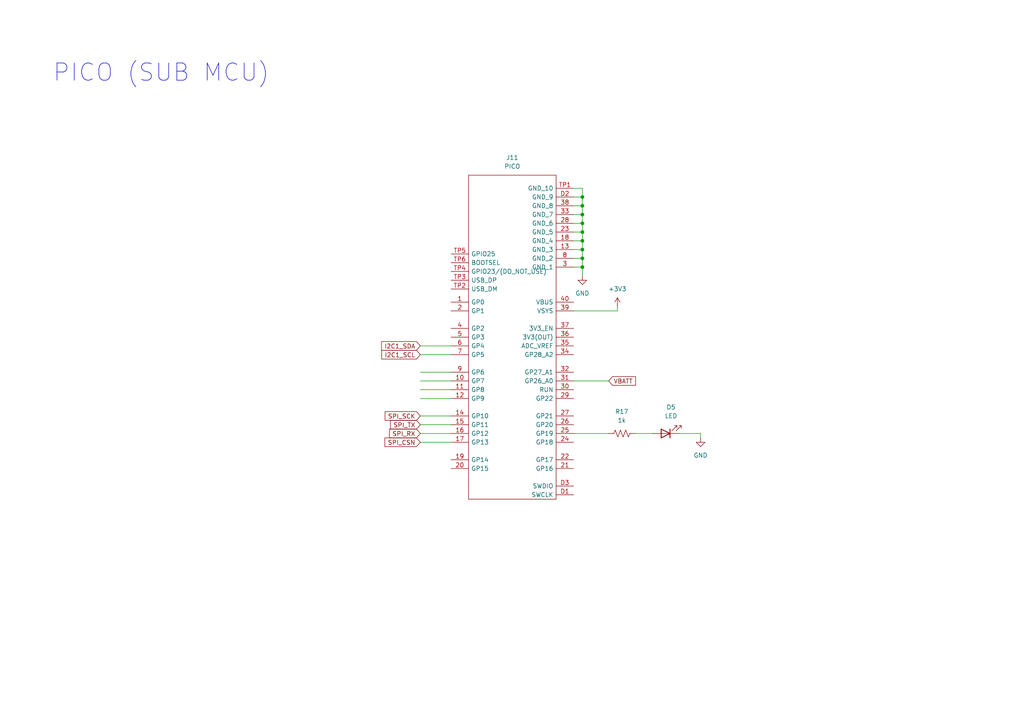
<source format=kicad_sch>
(kicad_sch (version 20211123) (generator eeschema)
  (paper "A4")
  (lib_symbols
    (symbol "Device:LED" (pin_numbers hide) (pin_names (offset 1.016) hide)
      (property "Reference" "D" (at 0 2.54 0))
      (property "Value" "LED" (at 0 -2.54 0))
      (symbol "LED_0_1"
        (polyline (pts (xy -1.27 -1.27) (xy -1.27 1.27)) (stroke (width 0.254)))
        (polyline (pts (xy -1.27 0) (xy 1.27 0)))
        (polyline (pts (xy 1.27 -1.27) (xy 1.27 1.27) (xy -1.27 0) (xy 1.27 -1.27)) (stroke (width 0.254)))
        (polyline (pts (xy -3.048 -0.762) (xy -4.572 -2.286) (xy -3.81 -2.286) (xy -4.572 -2.286) (xy -4.572 -1.524)))
        (polyline (pts (xy -1.778 -0.762) (xy -3.302 -2.286) (xy -2.54 -2.286) (xy -3.302 -2.286) (xy -3.302 -1.524)))
      )
      (symbol "LED_1_1"
        (pin passive line (at -3.81 0 0) (length 2.54) (name "K") (number "1"))
        (pin passive line (at 3.81 0 180) (length 2.54) (name "A") (number "2"))
      )
    )
    (symbol "Device:R_US" (pin_numbers hide) (pin_names (offset 0))
      (property "Reference" "R" (at 2.54 0 90))
      (property "Value" "R_US" (at -2.54 0 90))
      (symbol "R_US_0_1"
        (polyline (pts (xy 0 -2.286) (xy 0 -2.54)))
        (polyline (pts (xy 0 2.286) (xy 0 2.54)))
        (polyline (pts (xy 0 -0.762) (xy 1.016 -1.143) (xy 0 -1.524) (xy -1.016 -1.905) (xy 0 -2.286)))
        (polyline (pts (xy 0 0.762) (xy 1.016 0.381) (xy 0 0) (xy -1.016 -0.381) (xy 0 -0.762)))
        (polyline (pts (xy 0 2.286) (xy 1.016 1.905) (xy 0 1.524) (xy -1.016 1.143) (xy 0 0.762)))
      )
      (symbol "R_US_1_1"
        (pin passive line (at 0 3.81 270) (length 1.27) (name "~") (number "1"))
        (pin passive line (at 0 -3.81 90) (length 1.27) (name "~") (number "2"))
      )
    )
    (symbol "PICO:PICO" (pin_names (offset 0.762))
      (property "Reference" "J" (at 31.75 60.96 0))
      (property "Value" "PICO" (at 31.75 58.42 0))
      (symbol "PICO_0_0"
        (pin passive line (at 0 0 0) (length 5.08) (name "GP0") (number "1"))
        (pin passive line (at 0 -22.86 0) (length 5.08) (name "GP7") (number "10"))
        (pin passive line (at 0 -25.4 0) (length 5.08) (name "GP8") (number "11"))
        (pin passive line (at 0 -27.94 0) (length 5.08) (name "GP9") (number "12"))
        (pin passive line (at 35.56 15.24 180) (length 5.08) (name "GND_3") (number "13"))
        (pin passive line (at 0 -33.02 0) (length 5.08) (name "GP10") (number "14"))
        (pin passive line (at 0 -35.56 0) (length 5.08) (name "GP11") (number "15"))
        (pin passive line (at 0 -38.1 0) (length 5.08) (name "GP12") (number "16"))
        (pin passive line (at 0 -40.64 0) (length 5.08) (name "GP13") (number "17"))
        (pin passive line (at 35.56 17.78 180) (length 5.08) (name "GND_4") (number "18"))
        (pin passive line (at 0 -45.72 0) (length 5.08) (name "GP14") (number "19"))
        (pin passive line (at 0 -2.54 0) (length 5.08) (name "GP1") (number "2"))
        (pin passive line (at 0 -48.26 0) (length 5.08) (name "GP15") (number "20"))
        (pin passive line (at 35.56 -48.26 180) (length 5.08) (name "GP16") (number "21"))
        (pin passive line (at 35.56 -45.72 180) (length 5.08) (name "GP17") (number "22"))
        (pin passive line (at 35.56 20.32 180) (length 5.08) (name "GND_5") (number "23"))
        (pin passive line (at 35.56 -40.64 180) (length 5.08) (name "GP18") (number "24"))
        (pin passive line (at 35.56 -38.1 180) (length 5.08) (name "GP19") (number "25"))
        (pin passive line (at 35.56 -35.56 180) (length 5.08) (name "GP20") (number "26"))
        (pin passive line (at 35.56 -33.02 180) (length 5.08) (name "GP21") (number "27"))
        (pin passive line (at 35.56 22.86 180) (length 5.08) (name "GND_6") (number "28"))
        (pin passive line (at 35.56 -27.94 180) (length 5.08) (name "GP22") (number "29"))
        (pin passive line (at 35.56 10.16 180) (length 5.08) (name "GND_1") (number "3"))
        (pin passive line (at 35.56 -25.4 180) (length 5.08) (name "RUN") (number "30"))
        (pin passive line (at 35.56 -22.86 180) (length 5.08) (name "GP26_A0") (number "31"))
        (pin passive line (at 35.56 -20.32 180) (length 5.08) (name "GP27_A1") (number "32"))
        (pin passive line (at 35.56 25.4 180) (length 5.08) (name "GND_7") (number "33"))
        (pin passive line (at 35.56 -15.24 180) (length 5.08) (name "GP28_A2") (number "34"))
        (pin passive line (at 35.56 -12.7 180) (length 5.08) (name "ADC_VREF") (number "35"))
        (pin passive line (at 35.56 -10.16 180) (length 5.08) (name "3V3(OUT)") (number "36"))
        (pin passive line (at 35.56 -7.62 180) (length 5.08) (name "3V3_EN") (number "37"))
        (pin passive line (at 35.56 27.94 180) (length 5.08) (name "GND_8") (number "38"))
        (pin passive line (at 35.56 -2.54 180) (length 5.08) (name "VSYS") (number "39"))
        (pin passive line (at 0 -7.62 0) (length 5.08) (name "GP2") (number "4"))
        (pin passive line (at 35.56 0 180) (length 5.08) (name "VBUS") (number "40"))
        (pin passive line (at 0 -10.16 0) (length 5.08) (name "GP3") (number "5"))
        (pin passive line (at 0 -12.7 0) (length 5.08) (name "GP4") (number "6"))
        (pin passive line (at 0 -15.24 0) (length 5.08) (name "GP5") (number "7"))
        (pin passive line (at 35.56 12.7 180) (length 5.08) (name "GND_2") (number "8"))
        (pin passive line (at 0 -20.32 0) (length 5.08) (name "GP6") (number "9"))
        (pin passive line (at 35.56 -55.88 180) (length 5.08) (name "SWCLK") (number "D1"))
        (pin passive line (at 35.56 30.48 180) (length 5.08) (name "GND_9") (number "D2"))
        (pin passive line (at 35.56 -53.34 180) (length 5.08) (name "SWDIO") (number "D3"))
        (pin passive line (at 35.56 33.02 180) (length 5.08) (name "GND_10") (number "TP1"))
        (pin passive line (at 0 3.81 0) (length 5.08) (name "USB_DM") (number "TP2"))
        (pin passive line (at 0 6.35 0) (length 5.08) (name "USB_DP") (number "TP3"))
        (pin passive line (at 0 8.89 0) (length 5.08) (name "GPIO23/(DO_NOT_USE)") (number "TP4"))
        (pin passive line (at 0 13.97 0) (length 5.08) (name "GPIO25") (number "TP5"))
        (pin passive line (at 0 11.43 0) (length 5.08) (name "BOOTSEL") (number "TP6"))
      )
      (symbol "PICO_0_1"
        (polyline (pts (xy 5.08 36.83) (xy 30.48 36.83) (xy 30.48 -57.15) (xy 5.08 -57.15) (xy 5.08 36.83)) (stroke (width 0.1524)))
      )
    )
    (symbol "power:+3.3V" (power) (pin_names (offset 0))
      (property "Value" "+3.3V" (at 0 3.556 0))
      (symbol "+3.3V_0_1"
        (polyline (pts (xy -0.762 1.27) (xy 0 2.54)))
        (polyline (pts (xy 0 0) (xy 0 2.54)))
        (polyline (pts (xy 0 2.54) (xy 0.762 1.27)))
      )
      (symbol "+3.3V_1_1"
        (pin power_in line (at 0 0 90) (length 0) hide (name "+3V3") (number "1"))
      )
    )
    (symbol "power:GND" (power) (pin_names (offset 0))
      (property "Value" "GND" (at 0 -3.81 0))
      (symbol "GND_0_1"
        (polyline (pts (xy 0 0) (xy 0 -1.27) (xy 1.27 -1.27) (xy 0 -2.54) (xy -1.27 -1.27) (xy 0 -1.27)))
      )
      (symbol "GND_1_1"
        (pin power_in line (at 0 0 270) (length 0) hide (name "GND") (number "1"))
      )
    )
  )
  (junction (at 168.91 72.39))
  (junction (at 168.91 69.85))
  (junction (at 168.91 62.23))
  (junction (at 168.91 67.31))
  (junction (at 168.91 64.77))
  (junction (at 168.91 74.93))
  (junction (at 168.91 57.15))
  (junction (at 168.91 77.47))
  (junction (at 168.91 59.69))
  (wire (pts (xy 168.91 74.93) (xy 168.91 77.47)))
  (wire (pts (xy 168.91 64.77) (xy 168.91 67.31)))
  (wire (pts (xy 196.85 125.73) (xy 203.2 125.73)))
  (wire (pts (xy 121.92 110.49) (xy 130.81 110.49)))
  (wire (pts (xy 121.92 120.65) (xy 130.81 120.65)))
  (wire (pts (xy 166.37 59.69) (xy 168.91 59.69)))
  (wire (pts (xy 121.92 115.57) (xy 130.81 115.57)))
  (wire (pts (xy 168.91 69.85) (xy 168.91 72.39)))
  (wire (pts (xy 121.92 128.27) (xy 130.81 128.27)))
  (wire (pts (xy 166.37 125.73) (xy 176.53 125.73)))
  (wire (pts (xy 166.37 72.39) (xy 168.91 72.39)))
  (wire (pts (xy 168.91 67.31) (xy 168.91 69.85)))
  (wire (pts (xy 166.37 110.49) (xy 176.53 110.49)))
  (wire (pts (xy 166.37 57.15) (xy 168.91 57.15)))
  (wire (pts (xy 168.91 54.61) (xy 168.91 57.15)))
  (wire (pts (xy 121.92 123.19) (xy 130.81 123.19)))
  (wire (pts (xy 121.92 107.95) (xy 130.81 107.95)))
  (wire (pts (xy 121.92 100.33) (xy 130.81 100.33)))
  (wire (pts (xy 166.37 62.23) (xy 168.91 62.23)))
  (wire (pts (xy 166.37 74.93) (xy 168.91 74.93)))
  (wire (pts (xy 168.91 72.39) (xy 168.91 74.93)))
  (wire (pts (xy 166.37 54.61) (xy 168.91 54.61)))
  (wire (pts (xy 121.92 125.73) (xy 130.81 125.73)))
  (wire (pts (xy 121.92 113.03) (xy 130.81 113.03)))
  (wire (pts (xy 168.91 62.23) (xy 168.91 64.77)))
  (wire (pts (xy 121.92 102.87) (xy 130.81 102.87)))
  (wire (pts (xy 166.37 90.17) (xy 179.07 90.17)))
  (wire (pts (xy 166.37 67.31) (xy 168.91 67.31)))
  (wire (pts (xy 166.37 64.77) (xy 168.91 64.77)))
  (wire (pts (xy 166.37 69.85) (xy 168.91 69.85)))
  (wire (pts (xy 168.91 77.47) (xy 168.91 80.01)))
  (wire (pts (xy 184.15 125.73) (xy 189.23 125.73)))
  (wire (pts (xy 168.91 59.69) (xy 168.91 62.23)))
  (wire (pts (xy 203.2 125.73) (xy 203.2 127)))
  (wire (pts (xy 179.07 88.9) (xy 179.07 90.17)))
  (wire (pts (xy 166.37 77.47) (xy 168.91 77.47)))
  (wire (pts (xy 168.91 57.15) (xy 168.91 59.69)))
  (text "PICO (SUB MCU)" (at 15.24 24.13 0) (effects (font (size 5 5)) (justify left bottom)))
  (global_label "I2C1_SCL" (shape input) (at 121.92 102.87 180) (property "Intersheet References" "${INTERSHEET_REFS}" (effects hide)))
  (global_label "SPI_SCK" (shape input) (at 121.92 120.65 180) (property "Intersheet References" "${INTERSHEET_REFS}" (effects hide)))
  (global_label "SPI_RX" (shape input) (at 121.92 125.73 180) (property "Intersheet References" "${INTERSHEET_REFS}" (effects hide)))
  (global_label "SPI_TX" (shape input) (at 121.92 123.19 180) (property "Intersheet References" "${INTERSHEET_REFS}" (effects hide)))
  (global_label "I2C1_SDA" (shape input) (at 121.92 100.33 180) (property "Intersheet References" "${INTERSHEET_REFS}" (effects hide)))
  (global_label "VBATT" (shape input) (at 176.53 110.49 0) (property "Intersheet References" "${INTERSHEET_REFS}" (effects hide)))
  (global_label "SPI_CSN" (shape input) (at 121.92 128.27 180) (property "Intersheet References" "${INTERSHEET_REFS}" (effects hide)))
  (symbol (lib_id "power:GND") (at 203.2 127 0) (unit 1)
    (property "Reference" "#PWR0129" (effects hide))
    (property "Value" "GND" (at 203.2 132.08 0))
  )
  (symbol (lib_id "Device:R_US") (at 180.34 125.73 90) (unit 1)
    (property "Reference" "R17" (at 180.34 119.38 90))
    (property "Value" "1k" (at 180.34 121.92 90))
    (property "Footprint" "Resistor_SMD:R_0603_1608Metric" (effects hide))
  )
  (symbol (lib_id "Device:LED") (at 193.04 125.73 180) (unit 1)
    (property "Reference" "D5" (at 194.6275 118.11 0))
    (property "Value" "LED" (at 194.6275 120.65 0))
    (property "Footprint" "LED_SMD:LED_0603_1608Metric" (effects hide))
  )
  (symbol (lib_id "power:+3.3V") (at 179.07 88.9 0) (unit 1)
    (property "Reference" "#PWR0128" (effects hide))
    (property "Value" "+3.3V" (at 179.07 83.82 0))
  )
  (symbol (lib_id "power:GND") (at 168.91 80.01 0) (unit 1)
    (property "Reference" "#PWR0127" (effects hide))
    (property "Value" "GND" (at 168.91 85.09 0))
  )
  (symbol (lib_id "PICO:PICO") (at 130.81 87.63 0) (unit 1)
    (property "Reference" "J11" (at 148.59 45.72 0))
    (property "Value" "PICO" (at 148.59 48.26 0))
    (property "Footprint" "AVIONICS:PICO" (effects hide))
    (property "Datasheet" "https://datasheets.raspberrypi.org/pico/pico_datasheet.pdf" (effects hide))
    (property "Description" "RP2040 microcontroller chip designed by Raspberry Pi in the United Kingdom 2  SPI, 2  I2C, 2  UART, 3  12-bit ADC, 16  controllable PWM channels" (effects hide))
    (property "Height" "1" (effects hide))
    (property "Manufacturer_Name" "RASPBERRY-PI" (effects hide))
    (property "Manufacturer_Part_Number" "PICO" (effects hide))
  )
)
</source>
